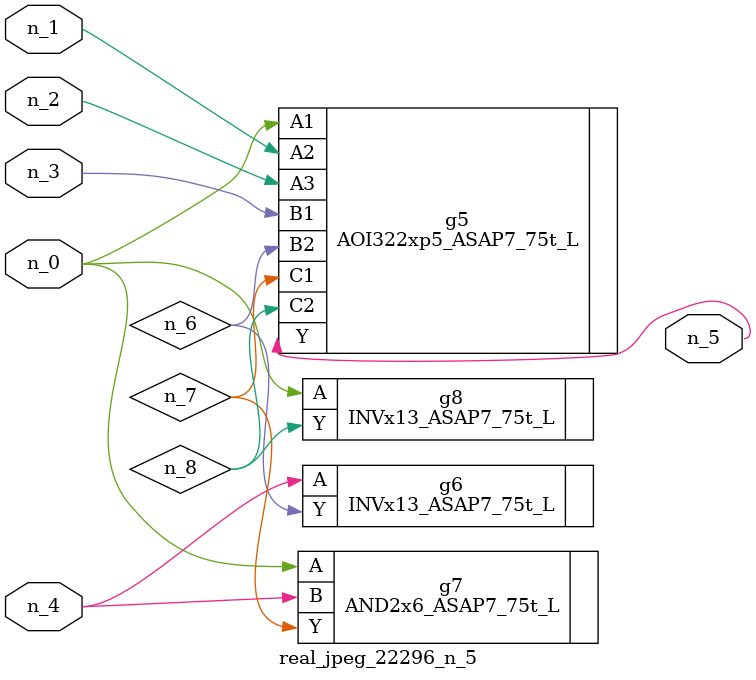
<source format=v>
module real_jpeg_22296_n_5 (n_4, n_0, n_1, n_2, n_3, n_5);

input n_4;
input n_0;
input n_1;
input n_2;
input n_3;

output n_5;

wire n_8;
wire n_6;
wire n_7;

AOI322xp5_ASAP7_75t_L g5 ( 
.A1(n_0),
.A2(n_1),
.A3(n_2),
.B1(n_3),
.B2(n_6),
.C1(n_7),
.C2(n_8),
.Y(n_5)
);

AND2x6_ASAP7_75t_L g7 ( 
.A(n_0),
.B(n_4),
.Y(n_7)
);

INVx13_ASAP7_75t_L g8 ( 
.A(n_0),
.Y(n_8)
);

INVx13_ASAP7_75t_L g6 ( 
.A(n_4),
.Y(n_6)
);


endmodule
</source>
